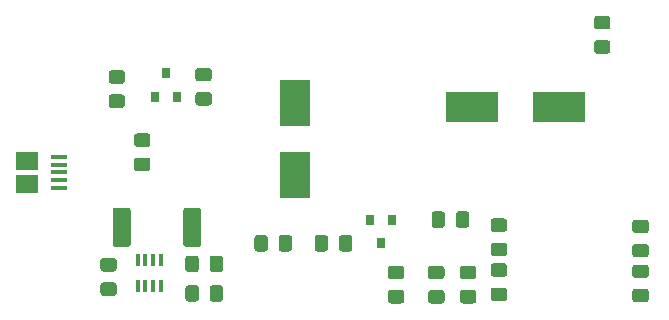
<source format=gbr>
G04 #@! TF.GenerationSoftware,KiCad,Pcbnew,(5.1.9-0-10_14)*
G04 #@! TF.CreationDate,2021-03-28T22:25:10+02:00*
G04 #@! TF.ProjectId,HB-ES-PMSw1-USB,48422d45-532d-4504-9d53-77312d555342,rev?*
G04 #@! TF.SameCoordinates,Original*
G04 #@! TF.FileFunction,Paste,Top*
G04 #@! TF.FilePolarity,Positive*
%FSLAX46Y46*%
G04 Gerber Fmt 4.6, Leading zero omitted, Abs format (unit mm)*
G04 Created by KiCad (PCBNEW (5.1.9-0-10_14)) date 2021-03-28 22:25:10*
%MOMM*%
%LPD*%
G01*
G04 APERTURE LIST*
%ADD10R,1.900000X1.500000*%
%ADD11R,1.350000X0.400000*%
%ADD12R,0.800000X0.900000*%
%ADD13R,0.400000X1.060000*%
%ADD14R,2.500000X4.000000*%
%ADD15R,4.400000X2.500000*%
G04 APERTURE END LIST*
D10*
X28862500Y-47100000D03*
D11*
X31562500Y-48100000D03*
X31562500Y-48750000D03*
X31562500Y-49400000D03*
X31562500Y-46800000D03*
X31562500Y-47450000D03*
D10*
X28862500Y-49100000D03*
G36*
G01*
X39050001Y-45950000D02*
X38149999Y-45950000D01*
G75*
G02*
X37900000Y-45700001I0J249999D01*
G01*
X37900000Y-45049999D01*
G75*
G02*
X38149999Y-44800000I249999J0D01*
G01*
X39050001Y-44800000D01*
G75*
G02*
X39300000Y-45049999I0J-249999D01*
G01*
X39300000Y-45700001D01*
G75*
G02*
X39050001Y-45950000I-249999J0D01*
G01*
G37*
G36*
G01*
X39050001Y-48000000D02*
X38149999Y-48000000D01*
G75*
G02*
X37900000Y-47750001I0J249999D01*
G01*
X37900000Y-47099999D01*
G75*
G02*
X38149999Y-46850000I249999J0D01*
G01*
X39050001Y-46850000D01*
G75*
G02*
X39300000Y-47099999I0J-249999D01*
G01*
X39300000Y-47750001D01*
G75*
G02*
X39050001Y-48000000I-249999J0D01*
G01*
G37*
G36*
G01*
X78000001Y-36000000D02*
X77099999Y-36000000D01*
G75*
G02*
X76850000Y-35750001I0J249999D01*
G01*
X76850000Y-35099999D01*
G75*
G02*
X77099999Y-34850000I249999J0D01*
G01*
X78000001Y-34850000D01*
G75*
G02*
X78250000Y-35099999I0J-249999D01*
G01*
X78250000Y-35750001D01*
G75*
G02*
X78000001Y-36000000I-249999J0D01*
G01*
G37*
G36*
G01*
X78000001Y-38050000D02*
X77099999Y-38050000D01*
G75*
G02*
X76850000Y-37800001I0J249999D01*
G01*
X76850000Y-37149999D01*
G75*
G02*
X77099999Y-36900000I249999J0D01*
G01*
X78000001Y-36900000D01*
G75*
G02*
X78250000Y-37149999I0J-249999D01*
G01*
X78250000Y-37800001D01*
G75*
G02*
X78000001Y-38050000I-249999J0D01*
G01*
G37*
G36*
G01*
X50150000Y-54550001D02*
X50150000Y-53649999D01*
G75*
G02*
X50399999Y-53400000I249999J0D01*
G01*
X51050001Y-53400000D01*
G75*
G02*
X51300000Y-53649999I0J-249999D01*
G01*
X51300000Y-54550001D01*
G75*
G02*
X51050001Y-54800000I-249999J0D01*
G01*
X50399999Y-54800000D01*
G75*
G02*
X50150000Y-54550001I0J249999D01*
G01*
G37*
G36*
G01*
X48100000Y-54550001D02*
X48100000Y-53649999D01*
G75*
G02*
X48349999Y-53400000I249999J0D01*
G01*
X49000001Y-53400000D01*
G75*
G02*
X49250000Y-53649999I0J-249999D01*
G01*
X49250000Y-54550001D01*
G75*
G02*
X49000001Y-54800000I-249999J0D01*
G01*
X48349999Y-54800000D01*
G75*
G02*
X48100000Y-54550001I0J249999D01*
G01*
G37*
G36*
G01*
X54350000Y-53649999D02*
X54350000Y-54550001D01*
G75*
G02*
X54100001Y-54800000I-249999J0D01*
G01*
X53449999Y-54800000D01*
G75*
G02*
X53200000Y-54550001I0J249999D01*
G01*
X53200000Y-53649999D01*
G75*
G02*
X53449999Y-53400000I249999J0D01*
G01*
X54100001Y-53400000D01*
G75*
G02*
X54350000Y-53649999I0J-249999D01*
G01*
G37*
G36*
G01*
X56400000Y-53649999D02*
X56400000Y-54550001D01*
G75*
G02*
X56150001Y-54800000I-249999J0D01*
G01*
X55499999Y-54800000D01*
G75*
G02*
X55250000Y-54550001I0J249999D01*
G01*
X55250000Y-53649999D01*
G75*
G02*
X55499999Y-53400000I249999J0D01*
G01*
X56150001Y-53400000D01*
G75*
G02*
X56400000Y-53649999I0J-249999D01*
G01*
G37*
G36*
G01*
X60550001Y-57150000D02*
X59649999Y-57150000D01*
G75*
G02*
X59400000Y-56900001I0J249999D01*
G01*
X59400000Y-56249999D01*
G75*
G02*
X59649999Y-56000000I249999J0D01*
G01*
X60550001Y-56000000D01*
G75*
G02*
X60800000Y-56249999I0J-249999D01*
G01*
X60800000Y-56900001D01*
G75*
G02*
X60550001Y-57150000I-249999J0D01*
G01*
G37*
G36*
G01*
X60550001Y-59200000D02*
X59649999Y-59200000D01*
G75*
G02*
X59400000Y-58950001I0J249999D01*
G01*
X59400000Y-58299999D01*
G75*
G02*
X59649999Y-58050000I249999J0D01*
G01*
X60550001Y-58050000D01*
G75*
G02*
X60800000Y-58299999I0J-249999D01*
G01*
X60800000Y-58950001D01*
G75*
G02*
X60550001Y-59200000I-249999J0D01*
G01*
G37*
D12*
X58800000Y-54100000D03*
X57850000Y-52100000D03*
X59750000Y-52100000D03*
G36*
G01*
X68349999Y-52000000D02*
X69250001Y-52000000D01*
G75*
G02*
X69500000Y-52249999I0J-249999D01*
G01*
X69500000Y-52900001D01*
G75*
G02*
X69250001Y-53150000I-249999J0D01*
G01*
X68349999Y-53150000D01*
G75*
G02*
X68100000Y-52900001I0J249999D01*
G01*
X68100000Y-52249999D01*
G75*
G02*
X68349999Y-52000000I249999J0D01*
G01*
G37*
G36*
G01*
X68349999Y-54050000D02*
X69250001Y-54050000D01*
G75*
G02*
X69500000Y-54299999I0J-249999D01*
G01*
X69500000Y-54950001D01*
G75*
G02*
X69250001Y-55200000I-249999J0D01*
G01*
X68349999Y-55200000D01*
G75*
G02*
X68100000Y-54950001I0J249999D01*
G01*
X68100000Y-54299999D01*
G75*
G02*
X68349999Y-54050000I249999J0D01*
G01*
G37*
G36*
G01*
X69250001Y-56950000D02*
X68349999Y-56950000D01*
G75*
G02*
X68100000Y-56700001I0J249999D01*
G01*
X68100000Y-56049999D01*
G75*
G02*
X68349999Y-55800000I249999J0D01*
G01*
X69250001Y-55800000D01*
G75*
G02*
X69500000Y-56049999I0J-249999D01*
G01*
X69500000Y-56700001D01*
G75*
G02*
X69250001Y-56950000I-249999J0D01*
G01*
G37*
G36*
G01*
X69250001Y-59000000D02*
X68349999Y-59000000D01*
G75*
G02*
X68100000Y-58750001I0J249999D01*
G01*
X68100000Y-58099999D01*
G75*
G02*
X68349999Y-57850000I249999J0D01*
G01*
X69250001Y-57850000D01*
G75*
G02*
X69500000Y-58099999I0J-249999D01*
G01*
X69500000Y-58750001D01*
G75*
G02*
X69250001Y-59000000I-249999J0D01*
G01*
G37*
G36*
G01*
X81250001Y-57050000D02*
X80349999Y-57050000D01*
G75*
G02*
X80100000Y-56800001I0J249999D01*
G01*
X80100000Y-56149999D01*
G75*
G02*
X80349999Y-55900000I249999J0D01*
G01*
X81250001Y-55900000D01*
G75*
G02*
X81500000Y-56149999I0J-249999D01*
G01*
X81500000Y-56800001D01*
G75*
G02*
X81250001Y-57050000I-249999J0D01*
G01*
G37*
G36*
G01*
X81250001Y-59100000D02*
X80349999Y-59100000D01*
G75*
G02*
X80100000Y-58850001I0J249999D01*
G01*
X80100000Y-58199999D01*
G75*
G02*
X80349999Y-57950000I249999J0D01*
G01*
X81250001Y-57950000D01*
G75*
G02*
X81500000Y-58199999I0J-249999D01*
G01*
X81500000Y-58850001D01*
G75*
G02*
X81250001Y-59100000I-249999J0D01*
G01*
G37*
X40600000Y-39700000D03*
X41550000Y-41700000D03*
X39650000Y-41700000D03*
D13*
X40180000Y-57750000D03*
X39530000Y-57750000D03*
X38870000Y-57750000D03*
X38220000Y-57750000D03*
X38220000Y-55550000D03*
X38870000Y-55550000D03*
X39530000Y-55550000D03*
X40180000Y-55550000D03*
G36*
G01*
X37625000Y-51324999D02*
X37625000Y-54175001D01*
G75*
G02*
X37375001Y-54425000I-249999J0D01*
G01*
X36349999Y-54425000D01*
G75*
G02*
X36100000Y-54175001I0J249999D01*
G01*
X36100000Y-51324999D01*
G75*
G02*
X36349999Y-51075000I249999J0D01*
G01*
X37375001Y-51075000D01*
G75*
G02*
X37625000Y-51324999I0J-249999D01*
G01*
G37*
G36*
G01*
X43600000Y-51324999D02*
X43600000Y-54175001D01*
G75*
G02*
X43350001Y-54425000I-249999J0D01*
G01*
X42324999Y-54425000D01*
G75*
G02*
X42075000Y-54175001I0J249999D01*
G01*
X42075000Y-51324999D01*
G75*
G02*
X42324999Y-51075000I249999J0D01*
G01*
X43350001Y-51075000D01*
G75*
G02*
X43600000Y-51324999I0J-249999D01*
G01*
G37*
G36*
G01*
X66650001Y-57150000D02*
X65749999Y-57150000D01*
G75*
G02*
X65500000Y-56900001I0J249999D01*
G01*
X65500000Y-56249999D01*
G75*
G02*
X65749999Y-56000000I249999J0D01*
G01*
X66650001Y-56000000D01*
G75*
G02*
X66900000Y-56249999I0J-249999D01*
G01*
X66900000Y-56900001D01*
G75*
G02*
X66650001Y-57150000I-249999J0D01*
G01*
G37*
G36*
G01*
X66650001Y-59200000D02*
X65749999Y-59200000D01*
G75*
G02*
X65500000Y-58950001I0J249999D01*
G01*
X65500000Y-58299999D01*
G75*
G02*
X65749999Y-58050000I249999J0D01*
G01*
X66650001Y-58050000D01*
G75*
G02*
X66900000Y-58299999I0J-249999D01*
G01*
X66900000Y-58950001D01*
G75*
G02*
X66650001Y-59200000I-249999J0D01*
G01*
G37*
G36*
G01*
X44300000Y-56300001D02*
X44300000Y-55399999D01*
G75*
G02*
X44549999Y-55150000I249999J0D01*
G01*
X45200001Y-55150000D01*
G75*
G02*
X45450000Y-55399999I0J-249999D01*
G01*
X45450000Y-56300001D01*
G75*
G02*
X45200001Y-56550000I-249999J0D01*
G01*
X44549999Y-56550000D01*
G75*
G02*
X44300000Y-56300001I0J249999D01*
G01*
G37*
G36*
G01*
X42250000Y-56300001D02*
X42250000Y-55399999D01*
G75*
G02*
X42499999Y-55150000I249999J0D01*
G01*
X43150001Y-55150000D01*
G75*
G02*
X43400000Y-55399999I0J-249999D01*
G01*
X43400000Y-56300001D01*
G75*
G02*
X43150001Y-56550000I-249999J0D01*
G01*
X42499999Y-56550000D01*
G75*
G02*
X42250000Y-56300001I0J249999D01*
G01*
G37*
G36*
G01*
X44300000Y-58800001D02*
X44300000Y-57899999D01*
G75*
G02*
X44549999Y-57650000I249999J0D01*
G01*
X45200001Y-57650000D01*
G75*
G02*
X45450000Y-57899999I0J-249999D01*
G01*
X45450000Y-58800001D01*
G75*
G02*
X45200001Y-59050000I-249999J0D01*
G01*
X44549999Y-59050000D01*
G75*
G02*
X44300000Y-58800001I0J249999D01*
G01*
G37*
G36*
G01*
X42250000Y-58800001D02*
X42250000Y-57899999D01*
G75*
G02*
X42499999Y-57650000I249999J0D01*
G01*
X43150001Y-57650000D01*
G75*
G02*
X43400000Y-57899999I0J-249999D01*
G01*
X43400000Y-58800001D01*
G75*
G02*
X43150001Y-59050000I-249999J0D01*
G01*
X42499999Y-59050000D01*
G75*
G02*
X42250000Y-58800001I0J249999D01*
G01*
G37*
G36*
G01*
X63950001Y-57150000D02*
X63049999Y-57150000D01*
G75*
G02*
X62800000Y-56900001I0J249999D01*
G01*
X62800000Y-56249999D01*
G75*
G02*
X63049999Y-56000000I249999J0D01*
G01*
X63950001Y-56000000D01*
G75*
G02*
X64200000Y-56249999I0J-249999D01*
G01*
X64200000Y-56900001D01*
G75*
G02*
X63950001Y-57150000I-249999J0D01*
G01*
G37*
G36*
G01*
X63950001Y-59200000D02*
X63049999Y-59200000D01*
G75*
G02*
X62800000Y-58950001I0J249999D01*
G01*
X62800000Y-58299999D01*
G75*
G02*
X63049999Y-58050000I249999J0D01*
G01*
X63950001Y-58050000D01*
G75*
G02*
X64200000Y-58299999I0J-249999D01*
G01*
X64200000Y-58950001D01*
G75*
G02*
X63950001Y-59200000I-249999J0D01*
G01*
G37*
G36*
G01*
X65150000Y-52550001D02*
X65150000Y-51649999D01*
G75*
G02*
X65399999Y-51400000I249999J0D01*
G01*
X66050001Y-51400000D01*
G75*
G02*
X66300000Y-51649999I0J-249999D01*
G01*
X66300000Y-52550001D01*
G75*
G02*
X66050001Y-52800000I-249999J0D01*
G01*
X65399999Y-52800000D01*
G75*
G02*
X65150000Y-52550001I0J249999D01*
G01*
G37*
G36*
G01*
X63100000Y-52550001D02*
X63100000Y-51649999D01*
G75*
G02*
X63349999Y-51400000I249999J0D01*
G01*
X64000001Y-51400000D01*
G75*
G02*
X64250000Y-51649999I0J-249999D01*
G01*
X64250000Y-52550001D01*
G75*
G02*
X64000001Y-52800000I-249999J0D01*
G01*
X63349999Y-52800000D01*
G75*
G02*
X63100000Y-52550001I0J249999D01*
G01*
G37*
G36*
G01*
X81250001Y-53250000D02*
X80349999Y-53250000D01*
G75*
G02*
X80100000Y-53000001I0J249999D01*
G01*
X80100000Y-52349999D01*
G75*
G02*
X80349999Y-52100000I249999J0D01*
G01*
X81250001Y-52100000D01*
G75*
G02*
X81500000Y-52349999I0J-249999D01*
G01*
X81500000Y-53000001D01*
G75*
G02*
X81250001Y-53250000I-249999J0D01*
G01*
G37*
G36*
G01*
X81250001Y-55300000D02*
X80349999Y-55300000D01*
G75*
G02*
X80100000Y-55050001I0J249999D01*
G01*
X80100000Y-54399999D01*
G75*
G02*
X80349999Y-54150000I249999J0D01*
G01*
X81250001Y-54150000D01*
G75*
G02*
X81500000Y-54399999I0J-249999D01*
G01*
X81500000Y-55050001D01*
G75*
G02*
X81250001Y-55300000I-249999J0D01*
G01*
G37*
G36*
G01*
X44250001Y-40400000D02*
X43349999Y-40400000D01*
G75*
G02*
X43100000Y-40150001I0J249999D01*
G01*
X43100000Y-39499999D01*
G75*
G02*
X43349999Y-39250000I249999J0D01*
G01*
X44250001Y-39250000D01*
G75*
G02*
X44500000Y-39499999I0J-249999D01*
G01*
X44500000Y-40150001D01*
G75*
G02*
X44250001Y-40400000I-249999J0D01*
G01*
G37*
G36*
G01*
X44250001Y-42450000D02*
X43349999Y-42450000D01*
G75*
G02*
X43100000Y-42200001I0J249999D01*
G01*
X43100000Y-41549999D01*
G75*
G02*
X43349999Y-41300000I249999J0D01*
G01*
X44250001Y-41300000D01*
G75*
G02*
X44500000Y-41549999I0J-249999D01*
G01*
X44500000Y-42200001D01*
G75*
G02*
X44250001Y-42450000I-249999J0D01*
G01*
G37*
D14*
X51500000Y-42250000D03*
X51500000Y-48350000D03*
D15*
X66500000Y-42600000D03*
X73900000Y-42600000D03*
G36*
G01*
X36900001Y-40600000D02*
X35999999Y-40600000D01*
G75*
G02*
X35750000Y-40350001I0J249999D01*
G01*
X35750000Y-39699999D01*
G75*
G02*
X35999999Y-39450000I249999J0D01*
G01*
X36900001Y-39450000D01*
G75*
G02*
X37150000Y-39699999I0J-249999D01*
G01*
X37150000Y-40350001D01*
G75*
G02*
X36900001Y-40600000I-249999J0D01*
G01*
G37*
G36*
G01*
X36900001Y-42650000D02*
X35999999Y-42650000D01*
G75*
G02*
X35750000Y-42400001I0J249999D01*
G01*
X35750000Y-41749999D01*
G75*
G02*
X35999999Y-41500000I249999J0D01*
G01*
X36900001Y-41500000D01*
G75*
G02*
X37150000Y-41749999I0J-249999D01*
G01*
X37150000Y-42400001D01*
G75*
G02*
X36900001Y-42650000I-249999J0D01*
G01*
G37*
G36*
G01*
X35299999Y-57400000D02*
X36200001Y-57400000D01*
G75*
G02*
X36450000Y-57649999I0J-249999D01*
G01*
X36450000Y-58300001D01*
G75*
G02*
X36200001Y-58550000I-249999J0D01*
G01*
X35299999Y-58550000D01*
G75*
G02*
X35050000Y-58300001I0J249999D01*
G01*
X35050000Y-57649999D01*
G75*
G02*
X35299999Y-57400000I249999J0D01*
G01*
G37*
G36*
G01*
X35299999Y-55350000D02*
X36200001Y-55350000D01*
G75*
G02*
X36450000Y-55599999I0J-249999D01*
G01*
X36450000Y-56250001D01*
G75*
G02*
X36200001Y-56500000I-249999J0D01*
G01*
X35299999Y-56500000D01*
G75*
G02*
X35050000Y-56250001I0J249999D01*
G01*
X35050000Y-55599999D01*
G75*
G02*
X35299999Y-55350000I249999J0D01*
G01*
G37*
M02*

</source>
